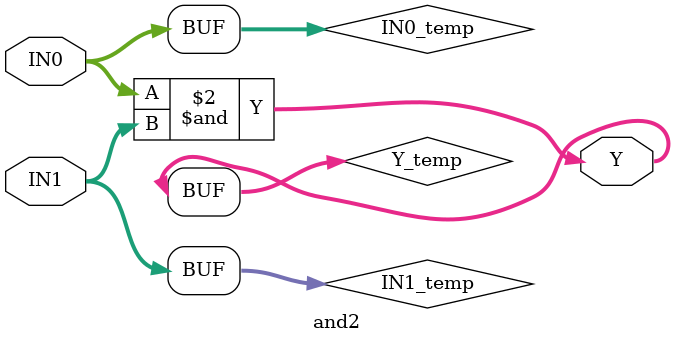
<source format=v>
module and2(IN0,IN1,Y);
  parameter N = 8;
  parameter DPFLAG = 1;
  parameter GROUP = "dpath1";
  parameter
        d_IN0 = 0,
        d_IN1 = 0,
        d_Y = 1;
  input [(N - 1):0] IN0;
  input [(N - 1):0] IN1;
  output [(N - 1):0] Y;
  wire [(N - 1):0] IN0_temp;
  wire [(N - 1):0] IN1_temp;
  reg [(N - 1):0] Y_temp;
  assign #(d_IN0) IN0_temp = IN0;
  assign #(d_IN1) IN1_temp = IN1;
  assign #(d_Y) Y = Y_temp;
  always
    @(IN0_temp or IN1_temp)
      begin
      Y_temp = (IN0_temp & IN1_temp);
      end
endmodule

</source>
